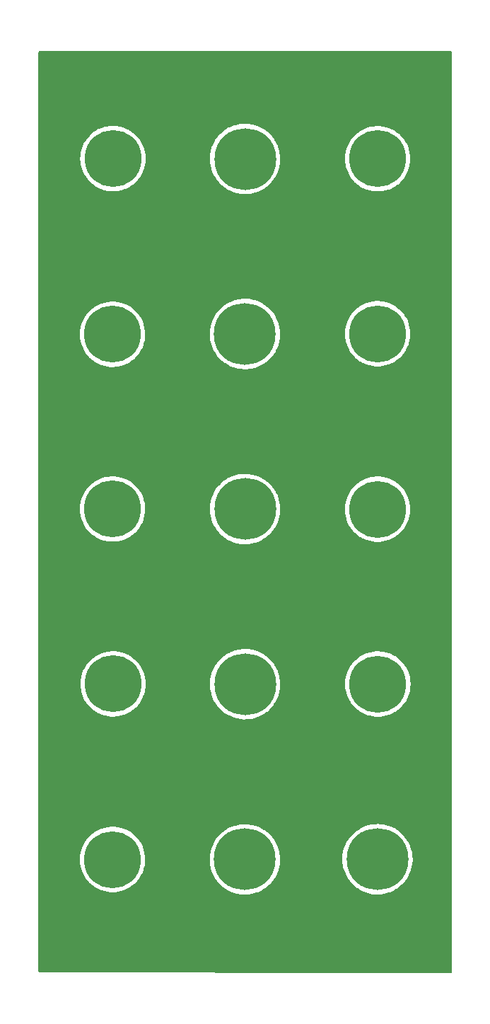
<source format=gbr>
%TF.GenerationSoftware,KiCad,Pcbnew,(6.0.5)*%
%TF.CreationDate,2022-07-06T11:36:20+02:00*%
%TF.ProjectId,faceplate-kicad,66616365-706c-4617-9465-2d6b69636164,rev?*%
%TF.SameCoordinates,Original*%
%TF.FileFunction,Copper,L2,Bot*%
%TF.FilePolarity,Positive*%
%FSLAX46Y46*%
G04 Gerber Fmt 4.6, Leading zero omitted, Abs format (unit mm)*
G04 Created by KiCad (PCBNEW (6.0.5)) date 2022-07-06 11:36:20*
%MOMM*%
%LPD*%
G01*
G04 APERTURE LIST*
%TA.AperFunction,ConnectorPad*%
%ADD10C,7.400000*%
%TD*%
%TA.AperFunction,ComponentPad*%
%ADD11C,7.200000*%
%TD*%
%TA.AperFunction,ComponentPad*%
%ADD12C,6.800000*%
%TD*%
%TA.AperFunction,ConnectorPad*%
%ADD13C,6.400000*%
%TD*%
G04 APERTURE END LIST*
D10*
%TO.P,REF\u002A\u002A,1*%
%TO.N,N/C*%
X154910000Y-108790000D03*
D11*
X154910000Y-108790000D03*
%TD*%
D10*
%TO.P,REF\u002A\u002A,1*%
%TO.N,N/C*%
X154900000Y-66890000D03*
D11*
X154900000Y-66890000D03*
%TD*%
D10*
%TO.P,REF\u002A\u002A,1*%
%TO.N,N/C*%
X170770000Y-129730000D03*
D11*
X170770000Y-129730000D03*
%TD*%
D10*
%TO.P,REF\u002A\u002A,1*%
%TO.N,N/C*%
X154910000Y-45940000D03*
D11*
X154910000Y-45940000D03*
%TD*%
D10*
%TO.P,REF\u002A\u002A,1*%
%TO.N,N/C*%
X154910000Y-87830000D03*
D11*
X154910000Y-87830000D03*
%TD*%
D10*
%TO.P,REF\u002A\u002A,1*%
%TO.N,N/C*%
X154890000Y-129750000D03*
D11*
X154890000Y-129750000D03*
%TD*%
D12*
%TO.P,REF\u002A\u002A,1*%
%TO.N,N/C*%
X139050000Y-87830000D03*
D13*
X139050000Y-87830000D03*
%TD*%
D12*
%TO.P,REF\u002A\u002A,1*%
%TO.N,N/C*%
X139110000Y-108750000D03*
D13*
X139110000Y-108750000D03*
%TD*%
D12*
%TO.P,REF\u002A\u002A,1*%
%TO.N,N/C*%
X139090000Y-45900000D03*
D13*
X139090000Y-45900000D03*
%TD*%
D12*
%TO.P,REF\u002A\u002A,1*%
%TO.N,N/C*%
X139050000Y-66930000D03*
D13*
X139050000Y-66930000D03*
%TD*%
D12*
%TO.P,REF\u002A\u002A,1*%
%TO.N,N/C*%
X170790000Y-66860000D03*
D13*
X170790000Y-66860000D03*
%TD*%
D12*
%TO.P,GND,1*%
%TO.N,N/C*%
X170790000Y-45920000D03*
D13*
X170790000Y-45920000D03*
%TD*%
D12*
%TO.P,REF\u002A\u002A,1*%
%TO.N,N/C*%
X139050000Y-129760000D03*
D13*
X139050000Y-129760000D03*
%TD*%
D12*
%TO.P,REF\u002A\u002A,1*%
%TO.N,N/C*%
X170820000Y-108770000D03*
D13*
X170820000Y-108770000D03*
%TD*%
D12*
%TO.P,REF\u002A\u002A,1*%
%TO.N,N/C*%
X170780000Y-87850000D03*
D13*
X170780000Y-87850000D03*
%TD*%
%TA.AperFunction,NonConductor*%
G36*
X179593648Y-33060002D02*
G01*
X179640141Y-33113658D01*
X179651527Y-33166000D01*
X179651527Y-143200728D01*
X179631525Y-143268849D01*
X179577869Y-143315342D01*
X179525293Y-143326728D01*
X172627293Y-143313940D01*
X130294159Y-143235458D01*
X130226076Y-143215329D01*
X130179683Y-143161588D01*
X130168393Y-143109458D01*
X130168393Y-129746339D01*
X135136501Y-129746339D01*
X135136651Y-129749520D01*
X135152213Y-130079503D01*
X135155155Y-130141893D01*
X135213686Y-130533537D01*
X135311496Y-130917260D01*
X135372107Y-131082887D01*
X135445678Y-131283928D01*
X135447583Y-131289135D01*
X135620554Y-131645354D01*
X135828637Y-131982270D01*
X136069702Y-132296432D01*
X136071884Y-132298748D01*
X136071893Y-132298758D01*
X136266680Y-132505460D01*
X136341282Y-132584625D01*
X136343687Y-132586709D01*
X136343693Y-132586714D01*
X136593808Y-132803370D01*
X136640595Y-132843898D01*
X136964576Y-133071596D01*
X137005909Y-133094791D01*
X137214067Y-133211604D01*
X137309910Y-133265389D01*
X137312824Y-133266656D01*
X137312828Y-133266658D01*
X137364575Y-133289158D01*
X137673060Y-133423291D01*
X137852788Y-133480650D01*
X138047263Y-133542715D01*
X138047271Y-133542717D01*
X138050307Y-133543686D01*
X138101965Y-133554572D01*
X138434671Y-133624684D01*
X138434676Y-133624685D01*
X138437790Y-133625341D01*
X138831541Y-133667421D01*
X138834728Y-133667438D01*
X138834734Y-133667438D01*
X139014648Y-133668380D01*
X139227529Y-133669494D01*
X139342579Y-133658416D01*
X139618515Y-133631847D01*
X139618523Y-133631846D01*
X139621699Y-133631540D01*
X140010016Y-133553947D01*
X140301054Y-133464412D01*
X140385462Y-133438445D01*
X140385465Y-133438444D01*
X140388504Y-133437509D01*
X140391432Y-133436272D01*
X140391438Y-133436270D01*
X140555773Y-133366851D01*
X140753287Y-133283418D01*
X140756090Y-133281884D01*
X140756095Y-133281881D01*
X140927391Y-133188099D01*
X141100631Y-133093253D01*
X141426979Y-132868960D01*
X141674430Y-132659106D01*
X141726561Y-132614896D01*
X141726563Y-132614894D01*
X141728991Y-132612835D01*
X141731196Y-132610543D01*
X141731202Y-132610538D01*
X141853706Y-132483237D01*
X142003573Y-132327502D01*
X142247915Y-132015881D01*
X142270885Y-131979547D01*
X142457806Y-131683866D01*
X142459515Y-131681163D01*
X142636207Y-131326775D01*
X142776180Y-130956346D01*
X142787402Y-130914173D01*
X142854097Y-130663511D01*
X142878003Y-130573667D01*
X142890825Y-130493621D01*
X142940128Y-130185809D01*
X142940633Y-130182658D01*
X142942802Y-130145052D01*
X142950649Y-130008956D01*
X142963428Y-129787321D01*
X142963523Y-129760000D01*
X142963117Y-129751974D01*
X142960037Y-129691169D01*
X150676836Y-129691169D01*
X150676944Y-129694258D01*
X150690505Y-130082583D01*
X150691203Y-130102583D01*
X150691609Y-130105627D01*
X150691610Y-130105637D01*
X150711546Y-130255045D01*
X150745648Y-130510631D01*
X150746348Y-130513615D01*
X150746349Y-130513621D01*
X150786892Y-130686477D01*
X150839652Y-130911419D01*
X150972317Y-131301120D01*
X151142377Y-131676016D01*
X151348210Y-132032528D01*
X151349999Y-132035026D01*
X151350001Y-132035030D01*
X151571738Y-132344749D01*
X151587849Y-132367253D01*
X151589876Y-132369568D01*
X151589878Y-132369571D01*
X151704771Y-132500812D01*
X151859008Y-132676995D01*
X152159098Y-132958799D01*
X152335688Y-133094791D01*
X152456851Y-133188099D01*
X152485256Y-133209974D01*
X152487859Y-133211601D01*
X152487864Y-133211604D01*
X152571447Y-133263832D01*
X152834367Y-133428123D01*
X153203099Y-133611163D01*
X153587934Y-133757348D01*
X153985197Y-133865282D01*
X153988240Y-133865797D01*
X153988246Y-133865798D01*
X154388055Y-133933421D01*
X154388062Y-133933422D01*
X154391096Y-133933935D01*
X154394167Y-133934150D01*
X154394169Y-133934150D01*
X154798692Y-133962437D01*
X154798700Y-133962437D01*
X154801758Y-133962651D01*
X155065974Y-133955271D01*
X155210187Y-133951243D01*
X155210190Y-133951243D01*
X155213261Y-133951157D01*
X155216314Y-133950771D01*
X155216318Y-133950771D01*
X155374631Y-133930771D01*
X155621680Y-133899561D01*
X155624684Y-133898879D01*
X155624687Y-133898878D01*
X156020118Y-133809039D01*
X156020124Y-133809037D01*
X156023114Y-133808358D01*
X156239878Y-133736250D01*
X156410808Y-133679389D01*
X156410814Y-133679387D01*
X156413732Y-133678416D01*
X156433771Y-133669494D01*
X156787006Y-133512224D01*
X156787012Y-133512221D01*
X156789806Y-133510977D01*
X156792475Y-133509461D01*
X157145073Y-133309158D01*
X157145081Y-133309153D01*
X157147746Y-133307639D01*
X157173945Y-133289158D01*
X157449477Y-133094791D01*
X157484136Y-133070342D01*
X157507307Y-133050342D01*
X157793426Y-132803370D01*
X157795764Y-132801352D01*
X157797885Y-132799125D01*
X157797891Y-132799119D01*
X158077538Y-132505460D01*
X158079655Y-132503237D01*
X158097176Y-132480812D01*
X158331191Y-132181286D01*
X158331193Y-132181283D01*
X158333101Y-132178841D01*
X158334757Y-132176231D01*
X158334763Y-132176223D01*
X158552029Y-131833866D01*
X158552031Y-131833863D01*
X158553682Y-131831261D01*
X158565175Y-131808510D01*
X158737906Y-131466558D01*
X158739292Y-131463815D01*
X158747050Y-131443815D01*
X158887045Y-131082887D01*
X158887048Y-131082877D01*
X158888160Y-131080011D01*
X158998865Y-130683511D01*
X159070350Y-130278101D01*
X159101932Y-129867650D01*
X159103575Y-129750000D01*
X159102694Y-129731974D01*
X159099720Y-129671169D01*
X166556836Y-129671169D01*
X166557642Y-129694258D01*
X166563766Y-129869603D01*
X166571203Y-130082583D01*
X166571609Y-130085627D01*
X166571610Y-130085637D01*
X166584556Y-130182658D01*
X166625648Y-130490631D01*
X166626348Y-130493615D01*
X166626349Y-130493621D01*
X166671583Y-130686477D01*
X166719652Y-130891419D01*
X166852317Y-131281120D01*
X167022377Y-131656016D01*
X167228210Y-132012528D01*
X167229999Y-132015026D01*
X167230001Y-132015030D01*
X167453709Y-132327502D01*
X167467849Y-132347253D01*
X167469876Y-132349568D01*
X167469878Y-132349571D01*
X167698338Y-132610538D01*
X167739008Y-132656995D01*
X168039098Y-132938799D01*
X168365256Y-133189974D01*
X168367859Y-133191601D01*
X168367864Y-133191604D01*
X168399871Y-133211604D01*
X168714367Y-133408123D01*
X169083099Y-133591163D01*
X169467934Y-133737348D01*
X169865197Y-133845282D01*
X169868240Y-133845797D01*
X169868246Y-133845798D01*
X170268055Y-133913421D01*
X170268062Y-133913422D01*
X170271096Y-133913935D01*
X170274167Y-133914150D01*
X170274169Y-133914150D01*
X170678692Y-133942437D01*
X170678700Y-133942437D01*
X170681758Y-133942651D01*
X170945974Y-133935271D01*
X171090187Y-133931243D01*
X171090190Y-133931243D01*
X171093261Y-133931157D01*
X171096314Y-133930771D01*
X171096318Y-133930771D01*
X171244984Y-133911990D01*
X171501680Y-133879561D01*
X171504684Y-133878879D01*
X171504687Y-133878878D01*
X171900118Y-133789039D01*
X171900124Y-133789037D01*
X171903114Y-133788358D01*
X172059756Y-133736250D01*
X172290808Y-133659389D01*
X172290814Y-133659387D01*
X172293732Y-133658416D01*
X172353407Y-133631847D01*
X172667006Y-133492224D01*
X172667012Y-133492221D01*
X172669806Y-133490977D01*
X172672475Y-133489461D01*
X173025073Y-133289158D01*
X173025081Y-133289153D01*
X173027746Y-133287639D01*
X173035909Y-133281881D01*
X173200799Y-133165563D01*
X173364136Y-133050342D01*
X173675764Y-132781352D01*
X173677885Y-132779125D01*
X173677891Y-132779119D01*
X173957538Y-132485460D01*
X173959655Y-132483237D01*
X174064087Y-132349571D01*
X174211191Y-132161286D01*
X174211193Y-132161283D01*
X174213101Y-132158841D01*
X174214757Y-132156231D01*
X174214763Y-132156223D01*
X174432029Y-131813866D01*
X174432031Y-131813863D01*
X174433682Y-131811261D01*
X174503421Y-131673202D01*
X174521710Y-131636995D01*
X174619292Y-131443815D01*
X174620402Y-131440954D01*
X174767045Y-131062887D01*
X174767048Y-131062877D01*
X174768160Y-131060011D01*
X174878865Y-130663511D01*
X174946291Y-130281119D01*
X174949818Y-130261119D01*
X174949818Y-130261116D01*
X174950350Y-130258101D01*
X174981932Y-129847650D01*
X174983575Y-129730000D01*
X174963465Y-129318827D01*
X174903328Y-128911579D01*
X174803738Y-128512143D01*
X174790848Y-128475942D01*
X174700172Y-128221296D01*
X174665644Y-128124331D01*
X174490366Y-127751846D01*
X174469875Y-127717471D01*
X174347853Y-127512778D01*
X174279576Y-127398243D01*
X174035287Y-127066897D01*
X174033231Y-127064614D01*
X174033224Y-127064605D01*
X173761899Y-126763268D01*
X173761891Y-126763260D01*
X173759830Y-126760971D01*
X173455834Y-126483385D01*
X173172548Y-126271460D01*
X173128670Y-126238635D01*
X173128669Y-126238635D01*
X173126201Y-126236788D01*
X173069870Y-126202673D01*
X172776706Y-126025126D01*
X172776697Y-126025121D01*
X172774078Y-126023535D01*
X172542988Y-125912815D01*
X172405598Y-125846988D01*
X172405596Y-125846987D01*
X172402826Y-125845660D01*
X172399937Y-125844608D01*
X172399931Y-125844606D01*
X172018887Y-125705918D01*
X172018884Y-125705917D01*
X172015988Y-125704863D01*
X171693321Y-125622016D01*
X171620241Y-125603252D01*
X171620238Y-125603251D01*
X171617257Y-125602486D01*
X171210439Y-125539507D01*
X170799416Y-125516528D01*
X170796337Y-125516657D01*
X170796334Y-125516657D01*
X170526857Y-125527951D01*
X170388113Y-125533766D01*
X170385069Y-125534194D01*
X170385067Y-125534194D01*
X170201599Y-125559979D01*
X169980455Y-125591059D01*
X169580333Y-125687859D01*
X169191567Y-125823241D01*
X169188769Y-125824534D01*
X168820664Y-125994622D01*
X168820654Y-125994627D01*
X168817867Y-125995915D01*
X168462801Y-126204231D01*
X168294815Y-126326280D01*
X168132239Y-126444398D01*
X168132233Y-126444403D01*
X168129758Y-126446201D01*
X167821916Y-126719516D01*
X167819837Y-126721761D01*
X167819830Y-126721768D01*
X167628622Y-126928254D01*
X167542214Y-127021566D01*
X167540359Y-127024010D01*
X167406384Y-127200516D01*
X167293322Y-127349469D01*
X167077616Y-127700095D01*
X166897154Y-128070096D01*
X166896083Y-128072977D01*
X166896080Y-128072983D01*
X166807038Y-128312412D01*
X166753660Y-128455942D01*
X166648502Y-128853948D01*
X166582684Y-129260317D01*
X166582491Y-129263390D01*
X166582490Y-129263396D01*
X166575929Y-129367687D01*
X166556836Y-129671169D01*
X159099720Y-129671169D01*
X159093470Y-129543396D01*
X159083465Y-129338827D01*
X159023328Y-128931579D01*
X159018342Y-128911579D01*
X158990823Y-128801207D01*
X158923738Y-128532143D01*
X158917686Y-128515145D01*
X158786676Y-128147230D01*
X158785644Y-128144331D01*
X158610366Y-127771846D01*
X158596867Y-127749200D01*
X158501876Y-127589853D01*
X158399576Y-127418243D01*
X158155287Y-127086897D01*
X158153231Y-127084614D01*
X158153224Y-127084605D01*
X157881899Y-126783268D01*
X157881891Y-126783260D01*
X157879830Y-126780971D01*
X157575834Y-126503385D01*
X157246201Y-126256788D01*
X157159419Y-126204231D01*
X156896706Y-126045126D01*
X156896697Y-126045121D01*
X156894078Y-126043535D01*
X156662988Y-125932815D01*
X156525598Y-125866988D01*
X156525596Y-125866987D01*
X156522826Y-125865660D01*
X156519937Y-125864608D01*
X156519931Y-125864606D01*
X156138887Y-125725918D01*
X156138884Y-125725917D01*
X156135988Y-125724863D01*
X155845250Y-125650214D01*
X155740241Y-125623252D01*
X155740238Y-125623251D01*
X155737257Y-125622486D01*
X155330439Y-125559507D01*
X154919416Y-125536528D01*
X154916337Y-125536657D01*
X154916334Y-125536657D01*
X154646857Y-125547951D01*
X154508113Y-125553766D01*
X154505069Y-125554194D01*
X154505067Y-125554194D01*
X154284518Y-125585190D01*
X154100455Y-125611059D01*
X153700333Y-125707859D01*
X153311567Y-125843241D01*
X153308769Y-125844534D01*
X152940664Y-126014622D01*
X152940654Y-126014627D01*
X152937867Y-126015915D01*
X152582801Y-126224231D01*
X152535448Y-126258635D01*
X152252239Y-126464398D01*
X152252233Y-126464403D01*
X152249758Y-126466201D01*
X151941916Y-126739516D01*
X151939837Y-126741761D01*
X151939830Y-126741768D01*
X151680734Y-127021566D01*
X151662214Y-127041566D01*
X151413322Y-127369469D01*
X151197616Y-127720095D01*
X151017154Y-128090096D01*
X150873660Y-128475942D01*
X150768502Y-128873948D01*
X150702684Y-129280317D01*
X150702491Y-129283390D01*
X150702490Y-129283396D01*
X150698439Y-129347784D01*
X150676836Y-129691169D01*
X142960037Y-129691169D01*
X142943650Y-129367687D01*
X142943649Y-129367682D01*
X142943489Y-129364514D01*
X142883590Y-128973077D01*
X142857186Y-128870981D01*
X142785238Y-128592777D01*
X142785235Y-128592769D01*
X142784441Y-128589697D01*
X142780758Y-128579741D01*
X142648166Y-128221296D01*
X142648163Y-128221290D01*
X142647057Y-128218299D01*
X142472844Y-127862686D01*
X142467196Y-127853611D01*
X142265272Y-127529208D01*
X142263586Y-127526499D01*
X142021426Y-127213180D01*
X141748842Y-126925937D01*
X141448626Y-126667710D01*
X141123851Y-126441144D01*
X140792628Y-126256788D01*
X140780628Y-126250109D01*
X140780626Y-126250108D01*
X140777843Y-126248559D01*
X140774923Y-126247301D01*
X140774918Y-126247299D01*
X140417078Y-126093188D01*
X140417075Y-126093187D01*
X140414145Y-126091925D01*
X140036479Y-125972848D01*
X139761004Y-125915799D01*
X139651839Y-125893192D01*
X139651836Y-125893192D01*
X139648714Y-125892545D01*
X139344783Y-125861137D01*
X139257974Y-125852166D01*
X139257971Y-125852166D01*
X139254818Y-125851840D01*
X139251652Y-125851834D01*
X139251643Y-125851834D01*
X139056080Y-125851493D01*
X138858825Y-125851149D01*
X138464790Y-125890479D01*
X138461655Y-125891117D01*
X138461654Y-125891117D01*
X138454635Y-125892545D01*
X138076746Y-125969428D01*
X137698668Y-126087186D01*
X137334424Y-126242549D01*
X136987746Y-126433925D01*
X136662183Y-126659356D01*
X136361067Y-126916533D01*
X136087482Y-127202823D01*
X136085525Y-127205336D01*
X136085524Y-127205338D01*
X135919783Y-127418243D01*
X135844230Y-127515295D01*
X135842534Y-127517999D01*
X135842531Y-127518003D01*
X135835502Y-127529208D01*
X135633799Y-127850750D01*
X135458346Y-128205753D01*
X135319666Y-128576668D01*
X135219180Y-128959700D01*
X135218687Y-128962849D01*
X135218685Y-128962858D01*
X135217085Y-128973077D01*
X135157916Y-129350925D01*
X135136501Y-129746339D01*
X130168393Y-129746339D01*
X130168393Y-108736339D01*
X135196501Y-108736339D01*
X135196651Y-108739520D01*
X135198514Y-108779014D01*
X135215155Y-109131893D01*
X135273686Y-109523537D01*
X135274472Y-109526619D01*
X135274472Y-109526621D01*
X135323888Y-109720485D01*
X135371496Y-109907260D01*
X135507583Y-110279135D01*
X135680554Y-110635354D01*
X135888637Y-110972270D01*
X135890581Y-110974803D01*
X136079714Y-111221286D01*
X136129702Y-111286432D01*
X136131884Y-111288748D01*
X136131893Y-111288758D01*
X136369418Y-111540812D01*
X136401282Y-111574625D01*
X136403687Y-111576709D01*
X136403693Y-111576714D01*
X136454285Y-111620538D01*
X136700595Y-111833898D01*
X137024576Y-112061596D01*
X137107835Y-112108319D01*
X137360261Y-112249974D01*
X137369910Y-112255389D01*
X137372824Y-112256656D01*
X137372828Y-112256658D01*
X137407839Y-112271881D01*
X137733060Y-112413291D01*
X137843212Y-112448445D01*
X138107263Y-112532715D01*
X138107271Y-112532717D01*
X138110307Y-112533686D01*
X138161965Y-112544572D01*
X138494671Y-112614684D01*
X138494676Y-112614685D01*
X138497790Y-112615341D01*
X138891541Y-112657421D01*
X138894728Y-112657438D01*
X138894734Y-112657438D01*
X139074648Y-112658380D01*
X139287529Y-112659494D01*
X139393621Y-112649279D01*
X139678515Y-112621847D01*
X139678523Y-112621846D01*
X139681699Y-112621540D01*
X140070016Y-112543947D01*
X140361054Y-112454412D01*
X140445462Y-112428445D01*
X140445465Y-112428444D01*
X140448504Y-112427509D01*
X140451432Y-112426272D01*
X140451438Y-112426270D01*
X140637582Y-112347639D01*
X140813287Y-112273418D01*
X140816090Y-112271884D01*
X140816095Y-112271881D01*
X140965623Y-112190017D01*
X141160631Y-112083253D01*
X141486979Y-111858960D01*
X141492948Y-111853898D01*
X141786561Y-111604896D01*
X141786563Y-111604894D01*
X141788991Y-111602835D01*
X141791196Y-111600543D01*
X141791202Y-111600538D01*
X141974973Y-111409571D01*
X142063573Y-111317502D01*
X142307915Y-111005881D01*
X142314919Y-110994803D01*
X142505163Y-110693866D01*
X142519515Y-110671163D01*
X142696207Y-110316775D01*
X142786918Y-110076715D01*
X142835056Y-109949321D01*
X142835057Y-109949318D01*
X142836180Y-109946346D01*
X142841259Y-109927260D01*
X142902479Y-109697175D01*
X142938003Y-109563667D01*
X142939613Y-109553621D01*
X143000128Y-109175809D01*
X143000633Y-109172658D01*
X143001831Y-109151893D01*
X143022177Y-108799014D01*
X143023428Y-108777321D01*
X143023454Y-108770000D01*
X143023517Y-108751697D01*
X143023523Y-108750000D01*
X143022569Y-108731169D01*
X150696836Y-108731169D01*
X150696944Y-108734258D01*
X150710830Y-109131893D01*
X150711203Y-109142583D01*
X150711609Y-109145627D01*
X150711610Y-109145637D01*
X150734214Y-109315045D01*
X150765648Y-109550631D01*
X150766348Y-109553615D01*
X150766349Y-109553621D01*
X150854687Y-109930251D01*
X150859652Y-109951419D01*
X150992317Y-110341120D01*
X151162377Y-110716016D01*
X151368210Y-111072528D01*
X151369999Y-111075026D01*
X151370001Y-111075030D01*
X151556115Y-111334991D01*
X151607849Y-111407253D01*
X151609876Y-111409568D01*
X151609878Y-111409571D01*
X151794566Y-111620538D01*
X151879008Y-111716995D01*
X152179098Y-111998799D01*
X152505256Y-112249974D01*
X152507859Y-112251601D01*
X152507864Y-112251604D01*
X152633522Y-112330124D01*
X152854367Y-112468123D01*
X153223099Y-112651163D01*
X153607934Y-112797348D01*
X154005197Y-112905282D01*
X154008240Y-112905797D01*
X154008246Y-112905798D01*
X154408055Y-112973421D01*
X154408062Y-112973422D01*
X154411096Y-112973935D01*
X154414167Y-112974150D01*
X154414169Y-112974150D01*
X154818692Y-113002437D01*
X154818700Y-113002437D01*
X154821758Y-113002651D01*
X155085974Y-112995271D01*
X155230187Y-112991243D01*
X155230190Y-112991243D01*
X155233261Y-112991157D01*
X155236314Y-112990771D01*
X155236318Y-112990771D01*
X155384984Y-112971990D01*
X155641680Y-112939561D01*
X155644684Y-112938879D01*
X155644687Y-112938878D01*
X156040118Y-112849039D01*
X156040124Y-112849037D01*
X156043114Y-112848358D01*
X156199756Y-112796250D01*
X156430808Y-112719389D01*
X156430814Y-112719387D01*
X156433732Y-112718416D01*
X156436542Y-112717165D01*
X156807006Y-112552224D01*
X156807012Y-112552221D01*
X156809806Y-112550977D01*
X156822181Y-112543947D01*
X157165073Y-112349158D01*
X157165081Y-112349153D01*
X157167746Y-112347639D01*
X157504136Y-112110342D01*
X157539558Y-112079767D01*
X157813426Y-111843370D01*
X157815764Y-111841352D01*
X157817885Y-111839125D01*
X157817891Y-111839119D01*
X158097538Y-111545460D01*
X158099655Y-111543237D01*
X158204087Y-111409571D01*
X158351191Y-111221286D01*
X158351193Y-111221283D01*
X158353101Y-111218841D01*
X158354757Y-111216231D01*
X158354763Y-111216223D01*
X158572029Y-110873866D01*
X158572031Y-110873863D01*
X158573682Y-110871261D01*
X158759292Y-110503815D01*
X158760402Y-110500954D01*
X158907045Y-110122887D01*
X158907048Y-110122877D01*
X158908160Y-110120011D01*
X159018865Y-109723511D01*
X159090350Y-109318101D01*
X159121932Y-108907650D01*
X159123575Y-108790000D01*
X159122515Y-108768316D01*
X159121929Y-108756339D01*
X166906501Y-108756339D01*
X166906651Y-108759520D01*
X166924716Y-109142583D01*
X166925155Y-109151893D01*
X166983686Y-109543537D01*
X166984472Y-109546619D01*
X166984472Y-109546621D01*
X167028790Y-109720485D01*
X167081496Y-109927260D01*
X167217583Y-110299135D01*
X167390554Y-110655354D01*
X167426282Y-110713202D01*
X167523901Y-110871261D01*
X167598637Y-110992270D01*
X167839702Y-111306432D01*
X167841884Y-111308748D01*
X167841893Y-111308758D01*
X168060571Y-111540812D01*
X168111282Y-111594625D01*
X168113687Y-111596709D01*
X168113693Y-111596714D01*
X168254987Y-111719106D01*
X168410595Y-111853898D01*
X168734576Y-112081596D01*
X168907243Y-112178493D01*
X169076398Y-112273418D01*
X169079910Y-112275389D01*
X169082824Y-112276656D01*
X169082828Y-112276658D01*
X169117839Y-112291881D01*
X169443060Y-112433291D01*
X169622788Y-112490650D01*
X169817263Y-112552715D01*
X169817271Y-112552717D01*
X169820307Y-112553686D01*
X169871965Y-112564572D01*
X170204671Y-112634684D01*
X170204676Y-112634685D01*
X170207790Y-112635341D01*
X170601541Y-112677421D01*
X170604728Y-112677438D01*
X170604734Y-112677438D01*
X170784648Y-112678380D01*
X170997529Y-112679494D01*
X171103621Y-112669279D01*
X171388515Y-112641847D01*
X171388523Y-112641846D01*
X171391699Y-112641540D01*
X171780016Y-112563947D01*
X172096792Y-112466494D01*
X172155462Y-112448445D01*
X172155465Y-112448444D01*
X172158504Y-112447509D01*
X172161432Y-112446272D01*
X172161438Y-112446270D01*
X172399128Y-112345865D01*
X172523287Y-112293418D01*
X172526090Y-112291884D01*
X172526095Y-112291881D01*
X172854420Y-112112128D01*
X172870631Y-112103253D01*
X173196979Y-111878960D01*
X173243958Y-111839119D01*
X173496561Y-111624896D01*
X173496563Y-111624894D01*
X173498991Y-111622835D01*
X173501196Y-111620543D01*
X173501202Y-111620538D01*
X173706450Y-111407253D01*
X173773573Y-111337502D01*
X174017915Y-111025881D01*
X174030559Y-111005881D01*
X174212112Y-110718692D01*
X174229515Y-110691163D01*
X174406207Y-110336775D01*
X174546180Y-109966346D01*
X174552321Y-109943269D01*
X174647182Y-109586752D01*
X174648003Y-109583667D01*
X174650713Y-109566752D01*
X174710128Y-109195809D01*
X174710633Y-109192658D01*
X174712802Y-109155052D01*
X174733330Y-108799014D01*
X174733428Y-108797321D01*
X174733454Y-108790000D01*
X174733492Y-108779014D01*
X174733523Y-108770000D01*
X174731713Y-108734258D01*
X174713650Y-108377687D01*
X174713649Y-108377682D01*
X174713489Y-108374514D01*
X174653590Y-107983077D01*
X174554441Y-107599697D01*
X174550758Y-107589741D01*
X174418166Y-107231296D01*
X174418163Y-107231290D01*
X174417057Y-107228299D01*
X174242844Y-106872686D01*
X174237196Y-106863611D01*
X174035272Y-106539208D01*
X174033586Y-106536499D01*
X173791426Y-106223180D01*
X173518842Y-105935937D01*
X173482247Y-105904460D01*
X173221041Y-105679787D01*
X173221038Y-105679785D01*
X173218626Y-105677710D01*
X172893851Y-105451144D01*
X172613658Y-105295191D01*
X172550628Y-105260109D01*
X172550626Y-105260108D01*
X172547843Y-105258559D01*
X172544923Y-105257301D01*
X172544918Y-105257299D01*
X172187078Y-105103188D01*
X172187075Y-105103187D01*
X172184145Y-105101925D01*
X171806479Y-104982848D01*
X171531004Y-104925799D01*
X171421839Y-104903192D01*
X171421836Y-104903192D01*
X171418714Y-104902545D01*
X171114783Y-104871137D01*
X171027974Y-104862166D01*
X171027971Y-104862166D01*
X171024818Y-104861840D01*
X171021652Y-104861834D01*
X171021643Y-104861834D01*
X170826080Y-104861493D01*
X170628825Y-104861149D01*
X170234790Y-104900479D01*
X170231655Y-104901117D01*
X170231654Y-104901117D01*
X169945048Y-104959428D01*
X169846746Y-104979428D01*
X169468668Y-105097186D01*
X169104424Y-105252549D01*
X168757746Y-105443925D01*
X168432183Y-105669356D01*
X168251975Y-105823268D01*
X168145915Y-105913852D01*
X168131067Y-105926533D01*
X167857482Y-106212823D01*
X167855525Y-106215336D01*
X167855524Y-106215338D01*
X167618969Y-106519208D01*
X167614230Y-106525295D01*
X167612534Y-106527999D01*
X167612531Y-106528003D01*
X167605502Y-106539208D01*
X167403799Y-106860750D01*
X167228346Y-107215753D01*
X167089666Y-107586668D01*
X166989180Y-107969700D01*
X166988687Y-107972849D01*
X166988685Y-107972858D01*
X166987085Y-107983077D01*
X166927916Y-108360925D01*
X166927745Y-108364091D01*
X166927744Y-108364096D01*
X166927008Y-108377687D01*
X166906501Y-108756339D01*
X159121929Y-108756339D01*
X159103615Y-108381900D01*
X159103465Y-108378827D01*
X159043328Y-107971579D01*
X159038661Y-107952858D01*
X159010823Y-107841207D01*
X158943738Y-107572143D01*
X158941789Y-107566668D01*
X158876470Y-107383233D01*
X158805644Y-107184331D01*
X158630366Y-106811846D01*
X158601168Y-106762865D01*
X158459547Y-106525295D01*
X158419576Y-106458243D01*
X158175287Y-106126897D01*
X158173231Y-106124614D01*
X158173224Y-106124605D01*
X157901899Y-105823268D01*
X157901891Y-105823260D01*
X157899830Y-105820971D01*
X157595834Y-105543385D01*
X157266201Y-105296788D01*
X157200997Y-105257299D01*
X156916706Y-105085126D01*
X156916697Y-105085121D01*
X156914078Y-105083535D01*
X156542826Y-104905660D01*
X156539937Y-104904608D01*
X156539931Y-104904606D01*
X156158887Y-104765918D01*
X156158884Y-104765917D01*
X156155988Y-104764863D01*
X155865250Y-104690214D01*
X155760241Y-104663252D01*
X155760238Y-104663251D01*
X155757257Y-104662486D01*
X155350439Y-104599507D01*
X154939416Y-104576528D01*
X154936337Y-104576657D01*
X154936334Y-104576657D01*
X154666857Y-104587951D01*
X154528113Y-104593766D01*
X154525069Y-104594194D01*
X154525067Y-104594194D01*
X154304518Y-104625190D01*
X154120455Y-104651059D01*
X153720333Y-104747859D01*
X153331567Y-104883241D01*
X153288389Y-104903192D01*
X152960664Y-105054622D01*
X152960654Y-105054627D01*
X152957867Y-105055915D01*
X152602801Y-105264231D01*
X152555448Y-105298635D01*
X152272239Y-105504398D01*
X152272233Y-105504403D01*
X152269758Y-105506201D01*
X151961916Y-105779516D01*
X151959837Y-105781761D01*
X151959830Y-105781768D01*
X151684300Y-106079313D01*
X151682214Y-106081566D01*
X151680359Y-106084010D01*
X151572807Y-106225705D01*
X151433322Y-106409469D01*
X151217616Y-106760095D01*
X151037154Y-107130096D01*
X151036083Y-107132977D01*
X151036080Y-107132983D01*
X151001702Y-107225424D01*
X150893660Y-107515942D01*
X150788502Y-107913948D01*
X150722684Y-108320317D01*
X150722491Y-108323390D01*
X150722490Y-108323396D01*
X150697030Y-108728082D01*
X150696836Y-108731169D01*
X143022569Y-108731169D01*
X143004877Y-108381900D01*
X143003650Y-108357687D01*
X143003649Y-108357682D01*
X143003489Y-108354514D01*
X142947134Y-107986237D01*
X142944074Y-107966237D01*
X142944072Y-107966228D01*
X142943590Y-107963077D01*
X142850410Y-107602777D01*
X142845238Y-107582777D01*
X142845235Y-107582769D01*
X142844441Y-107579697D01*
X142840569Y-107569230D01*
X142708166Y-107211296D01*
X142708163Y-107211290D01*
X142707057Y-107208299D01*
X142532844Y-106852686D01*
X142527196Y-106843611D01*
X142334464Y-106533975D01*
X142323586Y-106516499D01*
X142238969Y-106407017D01*
X142083378Y-106205705D01*
X142083373Y-106205700D01*
X142081426Y-106203180D01*
X141830020Y-105938254D01*
X141811041Y-105918254D01*
X141811038Y-105918252D01*
X141808842Y-105915937D01*
X141696012Y-105818888D01*
X141511041Y-105659787D01*
X141511038Y-105659785D01*
X141508626Y-105657710D01*
X141183851Y-105431144D01*
X140883967Y-105264231D01*
X140840628Y-105240109D01*
X140840626Y-105240108D01*
X140837843Y-105238559D01*
X140834923Y-105237301D01*
X140834918Y-105237299D01*
X140477078Y-105083188D01*
X140477075Y-105083187D01*
X140474145Y-105081925D01*
X140096479Y-104962848D01*
X139808414Y-104903192D01*
X139711839Y-104883192D01*
X139711836Y-104883192D01*
X139708714Y-104882545D01*
X139404783Y-104851137D01*
X139317974Y-104842166D01*
X139317971Y-104842166D01*
X139314818Y-104841840D01*
X139311652Y-104841834D01*
X139311643Y-104841834D01*
X139116080Y-104841493D01*
X138918825Y-104841149D01*
X138524790Y-104880479D01*
X138521655Y-104881117D01*
X138521654Y-104881117D01*
X138423352Y-104901117D01*
X138136746Y-104959428D01*
X137758668Y-105077186D01*
X137394424Y-105232549D01*
X137047746Y-105423925D01*
X136722183Y-105649356D01*
X136421067Y-105906533D01*
X136418867Y-105908835D01*
X136418864Y-105908838D01*
X136302060Y-106031067D01*
X136147482Y-106192823D01*
X136145525Y-106195336D01*
X136145524Y-106195338D01*
X135940859Y-106458243D01*
X135904230Y-106505295D01*
X135902534Y-106507999D01*
X135902531Y-106508003D01*
X135882956Y-106539208D01*
X135693799Y-106840750D01*
X135518346Y-107195753D01*
X135379666Y-107566668D01*
X135279180Y-107949700D01*
X135278687Y-107952849D01*
X135278685Y-107952858D01*
X135274437Y-107979988D01*
X135217916Y-108340925D01*
X135217745Y-108344091D01*
X135217744Y-108344096D01*
X135215925Y-108377687D01*
X135196501Y-108736339D01*
X130168393Y-108736339D01*
X130168393Y-87816339D01*
X135136501Y-87816339D01*
X135136651Y-87819520D01*
X135153917Y-88185637D01*
X135155155Y-88211893D01*
X135213686Y-88603537D01*
X135214472Y-88606619D01*
X135214472Y-88606621D01*
X135217982Y-88620389D01*
X135311496Y-88987260D01*
X135447583Y-89359135D01*
X135620554Y-89715354D01*
X135828637Y-90052270D01*
X135938773Y-90195802D01*
X135989021Y-90261286D01*
X136069702Y-90366432D01*
X136071884Y-90368748D01*
X136071893Y-90368758D01*
X136148048Y-90449571D01*
X136341282Y-90654625D01*
X136343687Y-90656709D01*
X136343693Y-90656714D01*
X136638188Y-90911813D01*
X136640595Y-90913898D01*
X136964576Y-91141596D01*
X137137243Y-91238493D01*
X137228982Y-91289974D01*
X137309910Y-91335389D01*
X137312824Y-91336656D01*
X137312828Y-91336658D01*
X137347839Y-91351881D01*
X137673060Y-91493291D01*
X137783212Y-91528445D01*
X138047263Y-91612715D01*
X138047271Y-91612717D01*
X138050307Y-91613686D01*
X138101965Y-91624572D01*
X138434671Y-91694684D01*
X138434676Y-91694685D01*
X138437790Y-91695341D01*
X138831541Y-91737421D01*
X138834728Y-91737438D01*
X138834734Y-91737438D01*
X139014648Y-91738380D01*
X139227529Y-91739494D01*
X139333621Y-91729279D01*
X139618515Y-91701847D01*
X139618523Y-91701846D01*
X139621699Y-91701540D01*
X140010016Y-91623947D01*
X140301054Y-91534412D01*
X140385462Y-91508445D01*
X140385465Y-91508444D01*
X140388504Y-91507509D01*
X140391432Y-91506272D01*
X140391438Y-91506270D01*
X140555773Y-91436851D01*
X140753287Y-91353418D01*
X140756090Y-91351884D01*
X140756095Y-91351881D01*
X140905623Y-91270017D01*
X141100631Y-91163253D01*
X141426979Y-90938960D01*
X141432948Y-90933898D01*
X141726561Y-90684896D01*
X141726563Y-90684894D01*
X141728991Y-90682835D01*
X141731196Y-90680543D01*
X141731202Y-90680538D01*
X141843187Y-90564168D01*
X142003573Y-90397502D01*
X142247915Y-90085881D01*
X142254919Y-90074803D01*
X142445163Y-89773866D01*
X142459515Y-89751163D01*
X142636207Y-89396775D01*
X142726918Y-89156715D01*
X142775056Y-89029321D01*
X142775057Y-89029318D01*
X142776180Y-89026346D01*
X142781259Y-89007260D01*
X142846920Y-88760485D01*
X142878003Y-88643667D01*
X142880734Y-88626621D01*
X142940128Y-88255809D01*
X142940633Y-88252658D01*
X142941831Y-88231893D01*
X142958107Y-87949603D01*
X142963428Y-87857321D01*
X142963454Y-87850000D01*
X142963517Y-87831697D01*
X142963523Y-87830000D01*
X142963424Y-87828031D01*
X142960543Y-87771169D01*
X150696836Y-87771169D01*
X150711203Y-88182583D01*
X150711609Y-88185627D01*
X150711610Y-88185637D01*
X150723642Y-88275809D01*
X150765648Y-88590631D01*
X150766348Y-88593615D01*
X150766349Y-88593621D01*
X150858949Y-88988422D01*
X150859652Y-88991419D01*
X150992317Y-89381120D01*
X151162377Y-89756016D01*
X151368210Y-90112528D01*
X151369999Y-90115026D01*
X151370001Y-90115030D01*
X151584752Y-90414991D01*
X151607849Y-90447253D01*
X151609876Y-90449568D01*
X151609878Y-90449571D01*
X151831594Y-90702835D01*
X151879008Y-90756995D01*
X152179098Y-91038799D01*
X152505256Y-91289974D01*
X152507859Y-91291601D01*
X152507864Y-91291604D01*
X152633522Y-91370124D01*
X152854367Y-91508123D01*
X153223099Y-91691163D01*
X153607934Y-91837348D01*
X154005197Y-91945282D01*
X154008240Y-91945797D01*
X154008246Y-91945798D01*
X154408055Y-92013421D01*
X154408062Y-92013422D01*
X154411096Y-92013935D01*
X154414167Y-92014150D01*
X154414169Y-92014150D01*
X154818692Y-92042437D01*
X154818700Y-92042437D01*
X154821758Y-92042651D01*
X155085974Y-92035271D01*
X155230187Y-92031243D01*
X155230190Y-92031243D01*
X155233261Y-92031157D01*
X155236314Y-92030771D01*
X155236318Y-92030771D01*
X155384984Y-92011990D01*
X155641680Y-91979561D01*
X155644684Y-91978879D01*
X155644687Y-91978878D01*
X156040118Y-91889039D01*
X156040124Y-91889037D01*
X156043114Y-91888358D01*
X156199756Y-91836250D01*
X156430808Y-91759389D01*
X156430814Y-91759387D01*
X156433732Y-91758416D01*
X156436728Y-91757082D01*
X156807006Y-91592224D01*
X156807012Y-91592221D01*
X156809806Y-91590977D01*
X156812475Y-91589461D01*
X157165073Y-91389158D01*
X157165081Y-91389153D01*
X157167746Y-91387639D01*
X157190085Y-91371881D01*
X157501604Y-91152128D01*
X157504136Y-91150342D01*
X157514269Y-91141596D01*
X157729900Y-90955467D01*
X157815764Y-90881352D01*
X157817885Y-90879125D01*
X157817891Y-90879119D01*
X158097538Y-90585460D01*
X158099655Y-90583237D01*
X158204087Y-90449571D01*
X158351191Y-90261286D01*
X158351193Y-90261283D01*
X158353101Y-90258841D01*
X158354757Y-90256231D01*
X158354763Y-90256223D01*
X158572029Y-89913866D01*
X158572031Y-89913863D01*
X158573682Y-89911261D01*
X158644451Y-89771163D01*
X158757906Y-89546558D01*
X158759292Y-89543815D01*
X158809723Y-89413797D01*
X158907045Y-89162887D01*
X158907048Y-89162877D01*
X158908160Y-89160011D01*
X159018865Y-88763511D01*
X159090350Y-88358101D01*
X159121932Y-87947650D01*
X159123486Y-87836339D01*
X166866501Y-87836339D01*
X166866651Y-87839520D01*
X166884361Y-88215052D01*
X166885155Y-88231893D01*
X166943686Y-88623537D01*
X167041496Y-89007260D01*
X167177583Y-89379135D01*
X167350554Y-89735354D01*
X167558637Y-90072270D01*
X167799702Y-90386432D01*
X167801884Y-90388748D01*
X167801893Y-90388758D01*
X167859201Y-90449571D01*
X168071282Y-90674625D01*
X168073687Y-90676709D01*
X168073693Y-90676714D01*
X168307356Y-90879119D01*
X168370595Y-90933898D01*
X168694576Y-91161596D01*
X168735909Y-91184791D01*
X169036398Y-91353418D01*
X169039910Y-91355389D01*
X169042824Y-91356656D01*
X169042828Y-91356658D01*
X169077839Y-91371881D01*
X169403060Y-91513291D01*
X169582788Y-91570650D01*
X169777263Y-91632715D01*
X169777271Y-91632717D01*
X169780307Y-91633686D01*
X169831965Y-91644572D01*
X170164671Y-91714684D01*
X170164676Y-91714685D01*
X170167790Y-91715341D01*
X170561541Y-91757421D01*
X170564728Y-91757438D01*
X170564734Y-91757438D01*
X170744648Y-91758380D01*
X170957529Y-91759494D01*
X171063621Y-91749279D01*
X171348515Y-91721847D01*
X171348523Y-91721846D01*
X171351699Y-91721540D01*
X171740016Y-91643947D01*
X172031054Y-91554412D01*
X172115462Y-91528445D01*
X172115465Y-91528444D01*
X172118504Y-91527509D01*
X172121432Y-91526272D01*
X172121438Y-91526270D01*
X172285773Y-91456851D01*
X172483287Y-91373418D01*
X172486090Y-91371884D01*
X172486095Y-91371881D01*
X172639126Y-91288099D01*
X172830631Y-91183253D01*
X173156979Y-90958960D01*
X173188990Y-90931813D01*
X173456561Y-90704896D01*
X173456563Y-90704894D01*
X173458991Y-90702835D01*
X173461196Y-90700543D01*
X173461202Y-90700538D01*
X173702712Y-90449571D01*
X173733573Y-90417502D01*
X173977915Y-90105881D01*
X173990559Y-90085881D01*
X174187806Y-89773866D01*
X174189515Y-89771163D01*
X174366207Y-89416775D01*
X174506180Y-89046346D01*
X174512321Y-89023269D01*
X174607182Y-88666752D01*
X174608003Y-88663667D01*
X174610713Y-88646752D01*
X174656947Y-88358101D01*
X174670633Y-88272658D01*
X174672802Y-88235052D01*
X174693330Y-87879014D01*
X174693428Y-87877321D01*
X174693523Y-87850000D01*
X174689374Y-87768082D01*
X174673650Y-87457687D01*
X174673649Y-87457682D01*
X174673489Y-87454514D01*
X174613590Y-87063077D01*
X174514441Y-86679697D01*
X174510758Y-86669741D01*
X174378166Y-86311296D01*
X174378163Y-86311290D01*
X174377057Y-86308299D01*
X174202844Y-85952686D01*
X174197196Y-85943611D01*
X173995272Y-85619208D01*
X173993586Y-85616499D01*
X173751426Y-85303180D01*
X173581400Y-85124010D01*
X173481041Y-85018254D01*
X173481038Y-85018252D01*
X173478842Y-85015937D01*
X173178626Y-84757710D01*
X172853851Y-84531144D01*
X172507843Y-84338559D01*
X172504923Y-84337301D01*
X172504918Y-84337299D01*
X172147078Y-84183188D01*
X172147075Y-84183187D01*
X172144145Y-84181925D01*
X171766479Y-84062848D01*
X171491004Y-84005799D01*
X171381839Y-83983192D01*
X171381836Y-83983192D01*
X171378714Y-83982545D01*
X171074783Y-83951137D01*
X170987974Y-83942166D01*
X170987971Y-83942166D01*
X170984818Y-83941840D01*
X170981652Y-83941834D01*
X170981643Y-83941834D01*
X170786080Y-83941493D01*
X170588825Y-83941149D01*
X170194790Y-83980479D01*
X170191655Y-83981117D01*
X170191654Y-83981117D01*
X169905048Y-84039428D01*
X169806746Y-84059428D01*
X169428668Y-84177186D01*
X169064424Y-84332549D01*
X168717746Y-84523925D01*
X168392183Y-84749356D01*
X168258809Y-84863268D01*
X168105915Y-84993852D01*
X168091067Y-85006533D01*
X167817482Y-85292823D01*
X167815525Y-85295336D01*
X167815524Y-85295338D01*
X167578969Y-85599208D01*
X167574230Y-85605295D01*
X167572534Y-85607999D01*
X167572531Y-85608003D01*
X167565502Y-85619208D01*
X167363799Y-85940750D01*
X167188346Y-86295753D01*
X167049666Y-86666668D01*
X166949180Y-87049700D01*
X166948687Y-87052849D01*
X166948685Y-87052858D01*
X166947085Y-87063077D01*
X166887916Y-87440925D01*
X166866501Y-87836339D01*
X159123486Y-87836339D01*
X159123575Y-87830000D01*
X159123063Y-87819520D01*
X159113470Y-87623396D01*
X159103465Y-87418827D01*
X159043328Y-87011579D01*
X158943738Y-86612143D01*
X158922700Y-86553060D01*
X158825016Y-86278735D01*
X158805644Y-86224331D01*
X158630366Y-85851846D01*
X158601168Y-85802865D01*
X158421156Y-85500894D01*
X158419576Y-85498243D01*
X158175287Y-85166897D01*
X158173231Y-85164614D01*
X158173224Y-85164605D01*
X157901899Y-84863268D01*
X157901891Y-84863260D01*
X157899830Y-84860971D01*
X157595834Y-84583385D01*
X157266201Y-84336788D01*
X157234021Y-84317299D01*
X156916706Y-84125126D01*
X156916697Y-84125121D01*
X156914078Y-84123535D01*
X156575087Y-83961117D01*
X156545598Y-83946988D01*
X156545596Y-83946987D01*
X156542826Y-83945660D01*
X156539937Y-83944608D01*
X156539931Y-83944606D01*
X156158887Y-83805918D01*
X156158884Y-83805917D01*
X156155988Y-83804863D01*
X155865250Y-83730214D01*
X155760241Y-83703252D01*
X155760238Y-83703251D01*
X155757257Y-83702486D01*
X155350439Y-83639507D01*
X154939416Y-83616528D01*
X154936337Y-83616657D01*
X154936334Y-83616657D01*
X154666857Y-83627951D01*
X154528113Y-83633766D01*
X154525069Y-83634194D01*
X154525067Y-83634194D01*
X154304518Y-83665190D01*
X154120455Y-83691059D01*
X153720333Y-83787859D01*
X153331567Y-83923241D01*
X153328769Y-83924534D01*
X152960664Y-84094622D01*
X152960654Y-84094627D01*
X152957867Y-84095915D01*
X152602801Y-84304231D01*
X152434815Y-84426280D01*
X152272239Y-84544398D01*
X152272233Y-84544403D01*
X152269758Y-84546201D01*
X151961916Y-84819516D01*
X151959837Y-84821761D01*
X151959830Y-84821768D01*
X151777882Y-85018254D01*
X151682214Y-85121566D01*
X151433322Y-85449469D01*
X151217616Y-85800095D01*
X151037154Y-86170096D01*
X150893660Y-86555942D01*
X150788502Y-86953948D01*
X150722684Y-87360317D01*
X150722491Y-87363390D01*
X150722490Y-87363396D01*
X150716558Y-87457687D01*
X150696836Y-87771169D01*
X142960543Y-87771169D01*
X142943650Y-87437687D01*
X142943649Y-87437682D01*
X142943489Y-87434514D01*
X142887134Y-87066237D01*
X142884074Y-87046237D01*
X142884072Y-87046228D01*
X142883590Y-87043077D01*
X142790410Y-86682777D01*
X142785238Y-86662777D01*
X142785235Y-86662769D01*
X142784441Y-86659697D01*
X142780758Y-86649741D01*
X142648166Y-86291296D01*
X142648163Y-86291290D01*
X142647057Y-86288299D01*
X142472844Y-85932686D01*
X142467196Y-85923611D01*
X142274464Y-85613975D01*
X142263586Y-85596499D01*
X142148053Y-85447017D01*
X142023378Y-85285705D01*
X142023373Y-85285700D01*
X142021426Y-85283180D01*
X141770020Y-85018254D01*
X141751041Y-84998254D01*
X141751038Y-84998252D01*
X141748842Y-84995937D01*
X141735499Y-84984460D01*
X141451041Y-84739787D01*
X141451038Y-84739785D01*
X141448626Y-84737710D01*
X141123851Y-84511144D01*
X140802978Y-84332549D01*
X140780628Y-84320109D01*
X140780626Y-84320108D01*
X140777843Y-84318559D01*
X140774923Y-84317301D01*
X140774918Y-84317299D01*
X140417078Y-84163188D01*
X140417075Y-84163187D01*
X140414145Y-84161925D01*
X140036479Y-84042848D01*
X139748414Y-83983192D01*
X139651839Y-83963192D01*
X139651836Y-83963192D01*
X139648714Y-83962545D01*
X139344783Y-83931137D01*
X139257974Y-83922166D01*
X139257971Y-83922166D01*
X139254818Y-83921840D01*
X139251652Y-83921834D01*
X139251643Y-83921834D01*
X139056080Y-83921493D01*
X138858825Y-83921149D01*
X138464790Y-83960479D01*
X138461655Y-83961117D01*
X138461654Y-83961117D01*
X138363352Y-83981117D01*
X138076746Y-84039428D01*
X137698668Y-84157186D01*
X137334424Y-84312549D01*
X136987746Y-84503925D01*
X136662183Y-84729356D01*
X136361067Y-84986533D01*
X136358867Y-84988835D01*
X136358864Y-84988838D01*
X136242060Y-85111067D01*
X136087482Y-85272823D01*
X136085525Y-85275336D01*
X136085524Y-85275338D01*
X135913928Y-85495764D01*
X135844230Y-85585295D01*
X135842534Y-85587999D01*
X135842531Y-85588003D01*
X135822956Y-85619208D01*
X135633799Y-85920750D01*
X135458346Y-86275753D01*
X135319666Y-86646668D01*
X135219180Y-87029700D01*
X135218687Y-87032849D01*
X135218685Y-87032858D01*
X135214437Y-87059988D01*
X135157916Y-87420925D01*
X135136501Y-87816339D01*
X130168393Y-87816339D01*
X130168393Y-66916339D01*
X135136501Y-66916339D01*
X135136651Y-66919520D01*
X135153925Y-67285809D01*
X135155155Y-67311893D01*
X135213686Y-67703537D01*
X135214472Y-67706619D01*
X135214472Y-67706621D01*
X135294416Y-68020251D01*
X135311496Y-68087260D01*
X135447583Y-68459135D01*
X135620554Y-68815354D01*
X135828637Y-69152270D01*
X135852360Y-69183186D01*
X136014049Y-69393903D01*
X136069702Y-69466432D01*
X136071884Y-69468748D01*
X136071893Y-69468758D01*
X136273126Y-69682300D01*
X136341282Y-69754625D01*
X136343687Y-69756709D01*
X136343693Y-69756714D01*
X136557378Y-69941813D01*
X136640595Y-70013898D01*
X136964576Y-70241596D01*
X137005909Y-70264791D01*
X137154362Y-70348099D01*
X137309910Y-70435389D01*
X137312824Y-70436656D01*
X137312828Y-70436658D01*
X137347839Y-70451881D01*
X137673060Y-70593291D01*
X137827926Y-70642715D01*
X138047263Y-70712715D01*
X138047271Y-70712717D01*
X138050307Y-70713686D01*
X138107218Y-70725679D01*
X138434671Y-70794684D01*
X138434676Y-70794685D01*
X138437790Y-70795341D01*
X138831541Y-70837421D01*
X138834728Y-70837438D01*
X138834734Y-70837438D01*
X139014648Y-70838380D01*
X139227529Y-70839494D01*
X139333621Y-70829279D01*
X139618515Y-70801847D01*
X139618523Y-70801846D01*
X139621699Y-70801540D01*
X140010016Y-70723947D01*
X140301054Y-70634412D01*
X140385462Y-70608445D01*
X140385465Y-70608444D01*
X140388504Y-70607509D01*
X140391432Y-70606272D01*
X140391438Y-70606270D01*
X140590889Y-70522018D01*
X140753287Y-70453418D01*
X140756090Y-70451884D01*
X140756095Y-70451881D01*
X140939254Y-70351604D01*
X141100631Y-70263253D01*
X141426979Y-70038960D01*
X141542074Y-69941352D01*
X141726561Y-69784896D01*
X141726563Y-69784894D01*
X141728991Y-69782835D01*
X141731196Y-69780543D01*
X141731202Y-69780538D01*
X141865663Y-69640812D01*
X142003573Y-69497502D01*
X142247915Y-69185881D01*
X142256357Y-69172528D01*
X142457806Y-68853866D01*
X142459515Y-68851163D01*
X142636207Y-68496775D01*
X142776180Y-68126346D01*
X142787402Y-68084173D01*
X142877182Y-67746752D01*
X142878003Y-67743667D01*
X142889216Y-67673667D01*
X142929667Y-67421119D01*
X142940633Y-67352658D01*
X142942802Y-67315052D01*
X142963330Y-66959014D01*
X142963428Y-66957321D01*
X142963523Y-66930000D01*
X142958517Y-66831169D01*
X150686836Y-66831169D01*
X150701203Y-67242583D01*
X150701609Y-67245627D01*
X150701610Y-67245637D01*
X150724214Y-67415045D01*
X150755648Y-67650631D01*
X150756348Y-67653615D01*
X150756349Y-67653621D01*
X150796892Y-67826477D01*
X150849652Y-68051419D01*
X150982317Y-68441120D01*
X151152377Y-68816016D01*
X151358210Y-69172528D01*
X151359999Y-69175026D01*
X151360001Y-69175030D01*
X151592517Y-69499805D01*
X151597849Y-69507253D01*
X151599876Y-69509568D01*
X151599878Y-69509571D01*
X151754955Y-69686714D01*
X151869008Y-69816995D01*
X152169098Y-70098799D01*
X152495256Y-70349974D01*
X152497859Y-70351601D01*
X152497864Y-70351604D01*
X152550768Y-70384662D01*
X152844367Y-70568123D01*
X153213099Y-70751163D01*
X153597934Y-70897348D01*
X153995197Y-71005282D01*
X153998240Y-71005797D01*
X153998246Y-71005798D01*
X154398055Y-71073421D01*
X154398062Y-71073422D01*
X154401096Y-71073935D01*
X154404167Y-71074150D01*
X154404169Y-71074150D01*
X154808692Y-71102437D01*
X154808700Y-71102437D01*
X154811758Y-71102651D01*
X155075974Y-71095271D01*
X155220187Y-71091243D01*
X155220190Y-71091243D01*
X155223261Y-71091157D01*
X155226314Y-71090771D01*
X155226318Y-71090771D01*
X155374984Y-71071990D01*
X155631680Y-71039561D01*
X155634684Y-71038879D01*
X155634687Y-71038878D01*
X156030118Y-70949039D01*
X156030124Y-70949037D01*
X156033114Y-70948358D01*
X156360421Y-70839477D01*
X156420808Y-70819389D01*
X156420814Y-70819387D01*
X156423732Y-70818416D01*
X156474800Y-70795679D01*
X156797006Y-70652224D01*
X156797012Y-70652221D01*
X156799806Y-70650977D01*
X156802475Y-70649461D01*
X157155073Y-70449158D01*
X157155081Y-70449153D01*
X157157746Y-70447639D01*
X157175112Y-70435389D01*
X157419130Y-70263253D01*
X157494136Y-70210342D01*
X157805764Y-69941352D01*
X157807885Y-69939125D01*
X157807891Y-69939119D01*
X158087538Y-69645460D01*
X158089655Y-69643237D01*
X158194087Y-69509571D01*
X158341191Y-69321286D01*
X158341193Y-69321283D01*
X158343101Y-69318841D01*
X158344757Y-69316231D01*
X158344763Y-69316223D01*
X158562029Y-68973866D01*
X158562031Y-68973863D01*
X158563682Y-68971261D01*
X158625792Y-68848305D01*
X158747906Y-68606558D01*
X158749292Y-68603815D01*
X158750402Y-68600954D01*
X158897045Y-68222887D01*
X158897048Y-68222877D01*
X158898160Y-68220011D01*
X159008865Y-67823511D01*
X159080350Y-67418101D01*
X159111932Y-67007650D01*
X159113575Y-66890000D01*
X159112026Y-66858316D01*
X159111440Y-66846339D01*
X166876501Y-66846339D01*
X166876651Y-66849520D01*
X166878514Y-66889014D01*
X166895155Y-67241893D01*
X166895627Y-67245050D01*
X166895627Y-67245052D01*
X166900771Y-67279472D01*
X166953686Y-67633537D01*
X166954472Y-67636619D01*
X166954472Y-67636621D01*
X167001339Y-67820485D01*
X167051496Y-68017260D01*
X167187583Y-68389135D01*
X167360554Y-68745354D01*
X167424138Y-68848305D01*
X167501686Y-68973866D01*
X167568637Y-69082270D01*
X167809702Y-69396432D01*
X167811884Y-69398748D01*
X167811893Y-69398758D01*
X168042280Y-69643237D01*
X168081282Y-69684625D01*
X168083687Y-69686709D01*
X168083693Y-69686714D01*
X168234094Y-69816995D01*
X168380595Y-69943898D01*
X168704576Y-70171596D01*
X168776803Y-70212128D01*
X169022441Y-70349974D01*
X169049910Y-70365389D01*
X169052824Y-70366656D01*
X169052828Y-70366658D01*
X169087839Y-70381881D01*
X169413060Y-70523291D01*
X169548433Y-70566494D01*
X169787263Y-70642715D01*
X169787271Y-70642717D01*
X169790307Y-70643686D01*
X169841965Y-70654572D01*
X170174671Y-70724684D01*
X170174676Y-70724685D01*
X170177790Y-70725341D01*
X170571541Y-70767421D01*
X170574728Y-70767438D01*
X170574734Y-70767438D01*
X170754648Y-70768380D01*
X170967529Y-70769494D01*
X171073621Y-70759279D01*
X171358515Y-70731847D01*
X171358523Y-70731846D01*
X171361699Y-70731540D01*
X171750016Y-70653947D01*
X172041054Y-70564412D01*
X172125462Y-70538445D01*
X172125465Y-70538444D01*
X172128504Y-70537509D01*
X172131432Y-70536272D01*
X172131438Y-70536270D01*
X172295773Y-70466851D01*
X172493287Y-70383418D01*
X172496090Y-70381884D01*
X172496095Y-70381881D01*
X172716083Y-70261441D01*
X172840631Y-70193253D01*
X173166979Y-69968960D01*
X173386450Y-69782835D01*
X173466561Y-69714896D01*
X173466563Y-69714894D01*
X173468991Y-69712835D01*
X173471196Y-69710543D01*
X173471202Y-69710538D01*
X173666827Y-69507253D01*
X173743573Y-69427502D01*
X173987915Y-69115881D01*
X174010885Y-69079547D01*
X174155263Y-68851163D01*
X174199515Y-68781163D01*
X174376207Y-68426775D01*
X174490892Y-68123269D01*
X174515056Y-68059321D01*
X174515057Y-68059318D01*
X174516180Y-68056346D01*
X174518289Y-68048422D01*
X174617182Y-67676752D01*
X174618003Y-67673667D01*
X174680633Y-67282658D01*
X174682802Y-67245052D01*
X174701571Y-66919520D01*
X174703428Y-66887321D01*
X174703523Y-66860000D01*
X174686188Y-66517784D01*
X174683650Y-66467687D01*
X174683649Y-66467682D01*
X174683489Y-66464514D01*
X174623590Y-66073077D01*
X174543341Y-65762777D01*
X174525238Y-65692777D01*
X174525235Y-65692769D01*
X174524441Y-65689697D01*
X174520758Y-65679741D01*
X174388166Y-65321296D01*
X174388163Y-65321290D01*
X174387057Y-65318299D01*
X174212844Y-64962686D01*
X174207196Y-64953611D01*
X174040183Y-64685295D01*
X174003586Y-64626499D01*
X173809467Y-64375338D01*
X173763378Y-64315705D01*
X173763373Y-64315700D01*
X173761426Y-64313180D01*
X173634391Y-64179313D01*
X173491041Y-64028254D01*
X173491038Y-64028252D01*
X173488842Y-64025937D01*
X173364386Y-63918888D01*
X173191041Y-63769787D01*
X173191038Y-63769785D01*
X173188626Y-63767710D01*
X172863851Y-63541144D01*
X172604494Y-63396788D01*
X172520628Y-63350109D01*
X172520626Y-63350108D01*
X172517843Y-63348559D01*
X172514923Y-63347301D01*
X172514918Y-63347299D01*
X172157078Y-63193188D01*
X172157075Y-63193187D01*
X172154145Y-63191925D01*
X171776479Y-63072848D01*
X171458456Y-63006988D01*
X171391839Y-62993192D01*
X171391836Y-62993192D01*
X171388714Y-62992545D01*
X171084783Y-62961137D01*
X170997974Y-62952166D01*
X170997971Y-62952166D01*
X170994818Y-62951840D01*
X170991652Y-62951834D01*
X170991643Y-62951834D01*
X170796080Y-62951493D01*
X170598825Y-62951149D01*
X170204790Y-62990479D01*
X170201655Y-62991117D01*
X170201654Y-62991117D01*
X169852184Y-63062218D01*
X169816746Y-63069428D01*
X169438668Y-63187186D01*
X169074424Y-63342549D01*
X168727746Y-63533925D01*
X168402183Y-63759356D01*
X168101067Y-64016533D01*
X167827482Y-64302823D01*
X167825525Y-64305336D01*
X167825524Y-64305338D01*
X167628644Y-64558243D01*
X167584230Y-64615295D01*
X167582534Y-64617999D01*
X167582531Y-64618003D01*
X167575502Y-64629208D01*
X167373799Y-64950750D01*
X167198346Y-65305753D01*
X167059666Y-65676668D01*
X166959180Y-66059700D01*
X166958687Y-66062849D01*
X166958685Y-66062858D01*
X166911747Y-66362605D01*
X166897916Y-66450925D01*
X166876501Y-66846339D01*
X159111440Y-66846339D01*
X159096344Y-66537687D01*
X159093465Y-66478827D01*
X159033328Y-66071579D01*
X158933738Y-65672143D01*
X158912700Y-65613060D01*
X158866470Y-65483233D01*
X158795644Y-65284331D01*
X158620366Y-64911846D01*
X158591168Y-64862865D01*
X158411156Y-64560894D01*
X158409576Y-64558243D01*
X158165287Y-64226897D01*
X158163231Y-64224614D01*
X158163224Y-64224605D01*
X157891899Y-63923268D01*
X157891891Y-63923260D01*
X157889830Y-63920971D01*
X157585834Y-63643385D01*
X157256201Y-63396788D01*
X157179125Y-63350109D01*
X156906706Y-63185126D01*
X156906697Y-63185121D01*
X156904078Y-63183535D01*
X156566584Y-63021834D01*
X156535598Y-63006988D01*
X156535596Y-63006987D01*
X156532826Y-63005660D01*
X156529937Y-63004608D01*
X156529931Y-63004606D01*
X156148887Y-62865918D01*
X156148884Y-62865917D01*
X156145988Y-62864863D01*
X155855250Y-62790214D01*
X155750241Y-62763252D01*
X155750238Y-62763251D01*
X155747257Y-62762486D01*
X155340439Y-62699507D01*
X154929416Y-62676528D01*
X154926337Y-62676657D01*
X154926334Y-62676657D01*
X154656857Y-62687951D01*
X154518113Y-62693766D01*
X154515069Y-62694194D01*
X154515067Y-62694194D01*
X154294518Y-62725190D01*
X154110455Y-62751059D01*
X153710333Y-62847859D01*
X153321567Y-62983241D01*
X153300031Y-62993192D01*
X152950664Y-63154622D01*
X152950654Y-63154627D01*
X152947867Y-63155915D01*
X152592801Y-63364231D01*
X152518025Y-63418559D01*
X152262239Y-63604398D01*
X152262233Y-63604403D01*
X152259758Y-63606201D01*
X152257472Y-63608230D01*
X152257469Y-63608233D01*
X152252137Y-63612967D01*
X151951916Y-63879516D01*
X151949837Y-63881761D01*
X151949830Y-63881768D01*
X151749362Y-64098254D01*
X151672214Y-64181566D01*
X151670359Y-64184010D01*
X151520936Y-64380868D01*
X151423322Y-64509469D01*
X151207616Y-64860095D01*
X151027154Y-65230096D01*
X151026083Y-65232977D01*
X151026080Y-65232983D01*
X150937038Y-65472412D01*
X150883660Y-65615942D01*
X150778502Y-66013948D01*
X150712684Y-66420317D01*
X150712491Y-66423390D01*
X150712490Y-66423396D01*
X150705300Y-66537687D01*
X150686836Y-66831169D01*
X142958517Y-66831169D01*
X142943489Y-66534514D01*
X142883590Y-66143077D01*
X142784441Y-65759697D01*
X142780758Y-65749741D01*
X142648166Y-65391296D01*
X142648163Y-65391290D01*
X142647057Y-65388299D01*
X142472844Y-65032686D01*
X142467196Y-65023611D01*
X142265272Y-64699208D01*
X142263586Y-64696499D01*
X142021426Y-64383180D01*
X142009408Y-64370516D01*
X141751041Y-64098254D01*
X141751038Y-64098252D01*
X141748842Y-64095937D01*
X141656527Y-64016533D01*
X141451041Y-63839787D01*
X141451038Y-63839785D01*
X141448626Y-63837710D01*
X141123851Y-63611144D01*
X140777843Y-63418559D01*
X140774923Y-63417301D01*
X140774918Y-63417299D01*
X140417078Y-63263188D01*
X140417075Y-63263187D01*
X140414145Y-63261925D01*
X140036479Y-63142848D01*
X139761004Y-63085799D01*
X139651839Y-63063192D01*
X139651836Y-63063192D01*
X139648714Y-63062545D01*
X139344783Y-63031137D01*
X139257974Y-63022166D01*
X139257971Y-63022166D01*
X139254818Y-63021840D01*
X139251652Y-63021834D01*
X139251643Y-63021834D01*
X139056080Y-63021493D01*
X138858825Y-63021149D01*
X138464790Y-63060479D01*
X138461655Y-63061117D01*
X138461654Y-63061117D01*
X138079867Y-63138793D01*
X138076746Y-63139428D01*
X137698668Y-63257186D01*
X137334424Y-63412549D01*
X136987746Y-63603925D01*
X136662183Y-63829356D01*
X136361067Y-64086533D01*
X136087482Y-64372823D01*
X136085525Y-64375336D01*
X136085524Y-64375338D01*
X135900683Y-64612778D01*
X135844230Y-64685295D01*
X135842534Y-64687999D01*
X135842531Y-64688003D01*
X135835502Y-64699208D01*
X135633799Y-65020750D01*
X135458346Y-65375753D01*
X135319666Y-65746668D01*
X135219180Y-66129700D01*
X135218687Y-66132849D01*
X135218685Y-66132858D01*
X135217085Y-66143077D01*
X135157916Y-66520925D01*
X135136501Y-66916339D01*
X130168393Y-66916339D01*
X130168393Y-45886339D01*
X135176501Y-45886339D01*
X135176651Y-45889520D01*
X135178514Y-45929014D01*
X135195155Y-46281893D01*
X135253686Y-46673537D01*
X135254472Y-46676619D01*
X135254472Y-46676621D01*
X135303888Y-46870485D01*
X135351496Y-47057260D01*
X135487583Y-47429135D01*
X135660554Y-47785354D01*
X135868637Y-48122270D01*
X135870581Y-48124803D01*
X136059714Y-48371286D01*
X136109702Y-48436432D01*
X136111884Y-48438748D01*
X136111893Y-48438758D01*
X136349418Y-48690812D01*
X136381282Y-48724625D01*
X136383687Y-48726709D01*
X136383693Y-48726714D01*
X136434285Y-48770538D01*
X136680595Y-48983898D01*
X137004576Y-49211596D01*
X137087835Y-49258319D01*
X137340261Y-49399974D01*
X137349910Y-49405389D01*
X137352824Y-49406656D01*
X137352828Y-49406658D01*
X137387839Y-49421881D01*
X137713060Y-49563291D01*
X137823212Y-49598445D01*
X138087263Y-49682715D01*
X138087271Y-49682717D01*
X138090307Y-49683686D01*
X138141965Y-49694572D01*
X138474671Y-49764684D01*
X138474676Y-49764685D01*
X138477790Y-49765341D01*
X138871541Y-49807421D01*
X138874728Y-49807438D01*
X138874734Y-49807438D01*
X139054648Y-49808380D01*
X139267529Y-49809494D01*
X139373621Y-49799279D01*
X139658515Y-49771847D01*
X139658523Y-49771846D01*
X139661699Y-49771540D01*
X140050016Y-49693947D01*
X140341054Y-49604412D01*
X140425462Y-49578445D01*
X140425465Y-49578444D01*
X140428504Y-49577509D01*
X140431432Y-49576272D01*
X140431438Y-49576270D01*
X140617582Y-49497639D01*
X140793287Y-49423418D01*
X140796090Y-49421884D01*
X140796095Y-49421881D01*
X140945623Y-49340017D01*
X141140631Y-49233253D01*
X141466979Y-49008960D01*
X141472948Y-49003898D01*
X141766561Y-48754896D01*
X141766563Y-48754894D01*
X141768991Y-48752835D01*
X141771196Y-48750543D01*
X141771202Y-48750538D01*
X141954973Y-48559571D01*
X142043573Y-48467502D01*
X142287915Y-48155881D01*
X142294919Y-48144803D01*
X142485163Y-47843866D01*
X142499515Y-47821163D01*
X142676207Y-47466775D01*
X142766918Y-47226715D01*
X142815056Y-47099321D01*
X142815057Y-47099318D01*
X142816180Y-47096346D01*
X142821259Y-47077260D01*
X142882479Y-46847175D01*
X142918003Y-46713667D01*
X142919613Y-46703621D01*
X142980128Y-46325809D01*
X142980633Y-46322658D01*
X142981831Y-46301893D01*
X143002177Y-45949014D01*
X143003428Y-45927321D01*
X143003454Y-45920000D01*
X143003517Y-45901697D01*
X143003523Y-45900000D01*
X143002569Y-45881169D01*
X150696836Y-45881169D01*
X150696944Y-45884258D01*
X150710830Y-46281893D01*
X150711203Y-46292583D01*
X150711609Y-46295627D01*
X150711610Y-46295637D01*
X150734214Y-46465045D01*
X150765648Y-46700631D01*
X150766348Y-46703615D01*
X150766349Y-46703621D01*
X150854687Y-47080251D01*
X150859652Y-47101419D01*
X150992317Y-47491120D01*
X151162377Y-47866016D01*
X151368210Y-48222528D01*
X151369999Y-48225026D01*
X151370001Y-48225030D01*
X151556115Y-48484991D01*
X151607849Y-48557253D01*
X151609876Y-48559568D01*
X151609878Y-48559571D01*
X151794566Y-48770538D01*
X151879008Y-48866995D01*
X152179098Y-49148799D01*
X152505256Y-49399974D01*
X152507859Y-49401601D01*
X152507864Y-49401604D01*
X152633522Y-49480124D01*
X152854367Y-49618123D01*
X153223099Y-49801163D01*
X153607934Y-49947348D01*
X154005197Y-50055282D01*
X154008240Y-50055797D01*
X154008246Y-50055798D01*
X154408055Y-50123421D01*
X154408062Y-50123422D01*
X154411096Y-50123935D01*
X154414167Y-50124150D01*
X154414169Y-50124150D01*
X154818692Y-50152437D01*
X154818700Y-50152437D01*
X154821758Y-50152651D01*
X155085974Y-50145271D01*
X155230187Y-50141243D01*
X155230190Y-50141243D01*
X155233261Y-50141157D01*
X155236314Y-50140771D01*
X155236318Y-50140771D01*
X155384984Y-50121990D01*
X155641680Y-50089561D01*
X155644684Y-50088879D01*
X155644687Y-50088878D01*
X156040118Y-49999039D01*
X156040124Y-49999037D01*
X156043114Y-49998358D01*
X156199756Y-49946250D01*
X156430808Y-49869389D01*
X156430814Y-49869387D01*
X156433732Y-49868416D01*
X156436542Y-49867165D01*
X156807006Y-49702224D01*
X156807012Y-49702221D01*
X156809806Y-49700977D01*
X156822181Y-49693947D01*
X157165073Y-49499158D01*
X157165081Y-49499153D01*
X157167746Y-49497639D01*
X157504136Y-49260342D01*
X157539558Y-49229767D01*
X157813426Y-48993370D01*
X157815764Y-48991352D01*
X157817885Y-48989125D01*
X157817891Y-48989119D01*
X158097538Y-48695460D01*
X158099655Y-48693237D01*
X158204087Y-48559571D01*
X158351191Y-48371286D01*
X158351193Y-48371283D01*
X158353101Y-48368841D01*
X158354757Y-48366231D01*
X158354763Y-48366223D01*
X158572029Y-48023866D01*
X158572031Y-48023863D01*
X158573682Y-48021261D01*
X158759292Y-47653815D01*
X158760402Y-47650954D01*
X158907045Y-47272887D01*
X158907048Y-47272877D01*
X158908160Y-47270011D01*
X159018865Y-46873511D01*
X159090350Y-46468101D01*
X159121932Y-46057650D01*
X159123575Y-45940000D01*
X159122515Y-45918316D01*
X159121929Y-45906339D01*
X166876501Y-45906339D01*
X166876651Y-45909520D01*
X166894716Y-46292583D01*
X166895155Y-46301893D01*
X166953686Y-46693537D01*
X166954472Y-46696619D01*
X166954472Y-46696621D01*
X166998790Y-46870485D01*
X167051496Y-47077260D01*
X167187583Y-47449135D01*
X167360554Y-47805354D01*
X167396282Y-47863202D01*
X167493901Y-48021261D01*
X167568637Y-48142270D01*
X167809702Y-48456432D01*
X167811884Y-48458748D01*
X167811893Y-48458758D01*
X168030571Y-48690812D01*
X168081282Y-48744625D01*
X168083687Y-48746709D01*
X168083693Y-48746714D01*
X168224987Y-48869106D01*
X168380595Y-49003898D01*
X168704576Y-49231596D01*
X168877243Y-49328492D01*
X169046398Y-49423418D01*
X169049910Y-49425389D01*
X169052824Y-49426656D01*
X169052828Y-49426658D01*
X169087839Y-49441881D01*
X169413060Y-49583291D01*
X169592788Y-49640650D01*
X169787263Y-49702715D01*
X169787271Y-49702717D01*
X169790307Y-49703686D01*
X169841965Y-49714572D01*
X170174671Y-49784684D01*
X170174676Y-49784685D01*
X170177790Y-49785341D01*
X170571541Y-49827421D01*
X170574728Y-49827438D01*
X170574734Y-49827438D01*
X170754648Y-49828380D01*
X170967529Y-49829494D01*
X171073621Y-49819279D01*
X171358515Y-49791847D01*
X171358523Y-49791846D01*
X171361699Y-49791540D01*
X171750016Y-49713947D01*
X172066792Y-49616494D01*
X172125462Y-49598445D01*
X172125465Y-49598444D01*
X172128504Y-49597509D01*
X172131432Y-49596272D01*
X172131438Y-49596270D01*
X172369128Y-49495865D01*
X172493287Y-49443418D01*
X172496090Y-49441884D01*
X172496095Y-49441881D01*
X172824420Y-49262128D01*
X172840631Y-49253253D01*
X173166979Y-49028960D01*
X173213958Y-48989119D01*
X173466561Y-48774896D01*
X173466563Y-48774894D01*
X173468991Y-48772835D01*
X173471196Y-48770543D01*
X173471202Y-48770538D01*
X173676450Y-48557253D01*
X173743573Y-48487502D01*
X173987915Y-48175881D01*
X174000559Y-48155881D01*
X174182112Y-47868692D01*
X174199515Y-47841163D01*
X174376207Y-47486775D01*
X174516180Y-47116346D01*
X174522321Y-47093269D01*
X174617182Y-46736752D01*
X174618003Y-46733667D01*
X174620713Y-46716752D01*
X174680128Y-46345809D01*
X174680633Y-46342658D01*
X174682802Y-46305052D01*
X174703330Y-45949014D01*
X174703428Y-45947321D01*
X174703454Y-45940000D01*
X174703492Y-45929014D01*
X174703523Y-45920000D01*
X174701713Y-45884258D01*
X174683650Y-45527687D01*
X174683649Y-45527682D01*
X174683489Y-45524514D01*
X174623590Y-45133077D01*
X174524441Y-44749697D01*
X174520758Y-44739741D01*
X174388166Y-44381296D01*
X174388163Y-44381290D01*
X174387057Y-44378299D01*
X174212844Y-44022686D01*
X174207196Y-44013611D01*
X174005272Y-43689208D01*
X174003586Y-43686499D01*
X173761426Y-43373180D01*
X173488842Y-43085937D01*
X173452247Y-43054460D01*
X173191041Y-42829787D01*
X173191038Y-42829785D01*
X173188626Y-42827710D01*
X172863851Y-42601144D01*
X172583658Y-42445191D01*
X172520628Y-42410109D01*
X172520626Y-42410108D01*
X172517843Y-42408559D01*
X172514923Y-42407301D01*
X172514918Y-42407299D01*
X172157078Y-42253188D01*
X172157075Y-42253187D01*
X172154145Y-42251925D01*
X171776479Y-42132848D01*
X171501004Y-42075799D01*
X171391839Y-42053192D01*
X171391836Y-42053192D01*
X171388714Y-42052545D01*
X171084783Y-42021137D01*
X170997974Y-42012166D01*
X170997971Y-42012166D01*
X170994818Y-42011840D01*
X170991652Y-42011834D01*
X170991643Y-42011834D01*
X170796080Y-42011493D01*
X170598825Y-42011149D01*
X170204790Y-42050479D01*
X170201655Y-42051117D01*
X170201654Y-42051117D01*
X169915048Y-42109428D01*
X169816746Y-42129428D01*
X169438668Y-42247186D01*
X169074424Y-42402549D01*
X168727746Y-42593925D01*
X168402183Y-42819356D01*
X168221975Y-42973268D01*
X168115915Y-43063852D01*
X168101067Y-43076533D01*
X167827482Y-43362823D01*
X167825525Y-43365336D01*
X167825524Y-43365338D01*
X167588969Y-43669208D01*
X167584230Y-43675295D01*
X167582534Y-43677999D01*
X167582531Y-43678003D01*
X167575502Y-43689208D01*
X167373799Y-44010750D01*
X167198346Y-44365753D01*
X167059666Y-44736668D01*
X166959180Y-45119700D01*
X166958687Y-45122849D01*
X166958685Y-45122858D01*
X166957085Y-45133077D01*
X166897916Y-45510925D01*
X166897745Y-45514091D01*
X166897744Y-45514096D01*
X166897008Y-45527687D01*
X166876501Y-45906339D01*
X159121929Y-45906339D01*
X159103615Y-45531900D01*
X159103465Y-45528827D01*
X159043328Y-45121579D01*
X159038661Y-45102858D01*
X159010823Y-44991207D01*
X158943738Y-44722143D01*
X158941789Y-44716668D01*
X158876470Y-44533233D01*
X158805644Y-44334331D01*
X158630366Y-43961846D01*
X158601168Y-43912865D01*
X158459547Y-43675295D01*
X158419576Y-43608243D01*
X158175287Y-43276897D01*
X158173231Y-43274614D01*
X158173224Y-43274605D01*
X157901899Y-42973268D01*
X157901891Y-42973260D01*
X157899830Y-42970971D01*
X157595834Y-42693385D01*
X157266201Y-42446788D01*
X157200997Y-42407299D01*
X156916706Y-42235126D01*
X156916697Y-42235121D01*
X156914078Y-42233535D01*
X156542826Y-42055660D01*
X156539937Y-42054608D01*
X156539931Y-42054606D01*
X156158887Y-41915918D01*
X156158884Y-41915917D01*
X156155988Y-41914863D01*
X155865250Y-41840214D01*
X155760241Y-41813252D01*
X155760238Y-41813251D01*
X155757257Y-41812486D01*
X155350439Y-41749507D01*
X154939416Y-41726528D01*
X154936337Y-41726657D01*
X154936334Y-41726657D01*
X154666857Y-41737951D01*
X154528113Y-41743766D01*
X154525069Y-41744194D01*
X154525067Y-41744194D01*
X154304518Y-41775190D01*
X154120455Y-41801059D01*
X153720333Y-41897859D01*
X153331567Y-42033241D01*
X153288389Y-42053192D01*
X152960664Y-42204622D01*
X152960654Y-42204627D01*
X152957867Y-42205915D01*
X152602801Y-42414231D01*
X152555448Y-42448635D01*
X152272239Y-42654398D01*
X152272233Y-42654403D01*
X152269758Y-42656201D01*
X151961916Y-42929516D01*
X151959837Y-42931761D01*
X151959830Y-42931768D01*
X151684300Y-43229313D01*
X151682214Y-43231566D01*
X151680359Y-43234010D01*
X151572807Y-43375705D01*
X151433322Y-43559469D01*
X151217616Y-43910095D01*
X151037154Y-44280096D01*
X151036083Y-44282977D01*
X151036080Y-44282983D01*
X151001702Y-44375424D01*
X150893660Y-44665942D01*
X150788502Y-45063948D01*
X150722684Y-45470317D01*
X150722491Y-45473390D01*
X150722490Y-45473396D01*
X150697030Y-45878082D01*
X150696836Y-45881169D01*
X143002569Y-45881169D01*
X142984877Y-45531900D01*
X142983650Y-45507687D01*
X142983649Y-45507682D01*
X142983489Y-45504514D01*
X142927134Y-45136237D01*
X142924074Y-45116237D01*
X142924072Y-45116228D01*
X142923590Y-45113077D01*
X142830410Y-44752777D01*
X142825238Y-44732777D01*
X142825235Y-44732769D01*
X142824441Y-44729697D01*
X142820569Y-44719230D01*
X142688166Y-44361296D01*
X142688163Y-44361290D01*
X142687057Y-44358299D01*
X142512844Y-44002686D01*
X142507196Y-43993611D01*
X142314464Y-43683975D01*
X142303586Y-43666499D01*
X142218969Y-43557017D01*
X142063378Y-43355705D01*
X142063373Y-43355700D01*
X142061426Y-43353180D01*
X141810020Y-43088254D01*
X141791041Y-43068254D01*
X141791038Y-43068252D01*
X141788842Y-43065937D01*
X141676012Y-42968888D01*
X141491041Y-42809787D01*
X141491038Y-42809785D01*
X141488626Y-42807710D01*
X141163851Y-42581144D01*
X140863967Y-42414231D01*
X140820628Y-42390109D01*
X140820626Y-42390108D01*
X140817843Y-42388559D01*
X140814923Y-42387301D01*
X140814918Y-42387299D01*
X140457078Y-42233188D01*
X140457075Y-42233187D01*
X140454145Y-42231925D01*
X140076479Y-42112848D01*
X139788414Y-42053192D01*
X139691839Y-42033192D01*
X139691836Y-42033192D01*
X139688714Y-42032545D01*
X139384783Y-42001137D01*
X139297974Y-41992166D01*
X139297971Y-41992166D01*
X139294818Y-41991840D01*
X139291652Y-41991834D01*
X139291643Y-41991834D01*
X139096080Y-41991493D01*
X138898825Y-41991149D01*
X138504790Y-42030479D01*
X138501655Y-42031117D01*
X138501654Y-42031117D01*
X138403352Y-42051117D01*
X138116746Y-42109428D01*
X137738668Y-42227186D01*
X137374424Y-42382549D01*
X137027746Y-42573925D01*
X136702183Y-42799356D01*
X136401067Y-43056533D01*
X136398867Y-43058835D01*
X136398864Y-43058838D01*
X136282060Y-43181067D01*
X136127482Y-43342823D01*
X136125525Y-43345336D01*
X136125524Y-43345338D01*
X135920859Y-43608243D01*
X135884230Y-43655295D01*
X135882534Y-43657999D01*
X135882531Y-43658003D01*
X135862956Y-43689208D01*
X135673799Y-43990750D01*
X135498346Y-44345753D01*
X135359666Y-44716668D01*
X135259180Y-45099700D01*
X135258687Y-45102849D01*
X135258685Y-45102858D01*
X135254437Y-45129988D01*
X135197916Y-45490925D01*
X135197745Y-45494091D01*
X135197744Y-45494096D01*
X135195925Y-45527687D01*
X135176501Y-45886339D01*
X130168393Y-45886339D01*
X130168393Y-33166000D01*
X130188395Y-33097879D01*
X130242051Y-33051386D01*
X130294393Y-33040000D01*
X179525527Y-33040000D01*
X179593648Y-33060002D01*
G37*
%TD.AperFunction*%
M02*

</source>
